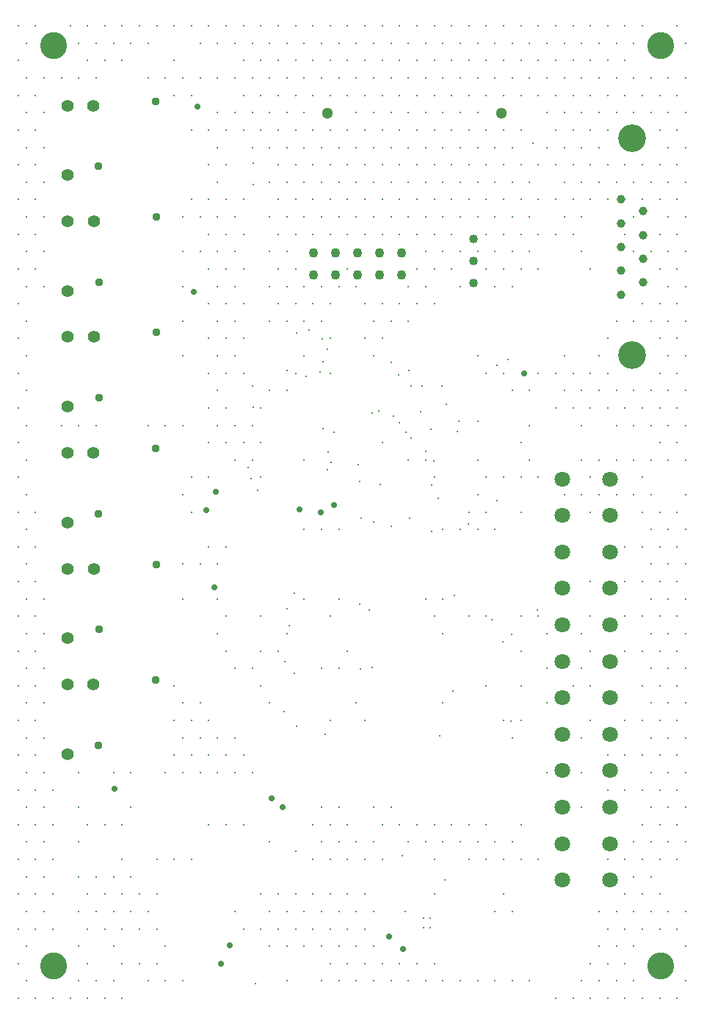
<source format=gbr>
%TF.GenerationSoftware,Altium Limited,Altium Designer,25.8.1 (18)*%
G04 Layer_Color=0*
%FSLAX45Y45*%
%MOMM*%
%TF.SameCoordinates,031978D1-9D18-463A-8735-F8186BF7E524*%
%TF.FilePolarity,Positive*%
%TF.FileFunction,Plated,1,4,PTH,Drill*%
%TF.Part,Single*%
G01*
G75*
%TA.AperFunction,ComponentDrill*%
%ADD122C,0.95000*%
%ADD123C,1.40000*%
%ADD124C,1.80000*%
%ADD125C,3.20000*%
%ADD126C,1.00000*%
%ADD127C,1.02000*%
%ADD128C,1.30000*%
%ADD129C,1.09000*%
%TA.AperFunction,ViaDrill,NotFilled*%
%ADD130C,0.30500*%
%ADD131C,0.71100*%
%ADD132C,3.10000*%
D122*
X1791057Y5197385D02*
D03*
X1131057Y4447385D02*
D03*
X1130039Y3112430D02*
D03*
X1131039Y7116850D02*
D03*
X1131039Y8446210D02*
D03*
X1130039Y9781210D02*
D03*
X1130039Y5781210D02*
D03*
X1790039Y6531210D02*
D03*
X1790039Y10531210D02*
D03*
X1791039Y9196210D02*
D03*
X1791039Y7866850D02*
D03*
X1790039Y3862430D02*
D03*
D123*
X1071057Y5147385D02*
D03*
X771057Y4347385D02*
D03*
Y5147385D02*
D03*
X771039Y7016851D02*
D03*
X1070039Y6481211D02*
D03*
X770039D02*
D03*
Y5681211D02*
D03*
X770039Y9681210D02*
D03*
X1070039Y10481210D02*
D03*
X770039D02*
D03*
X771039Y8346210D02*
D03*
X1071039Y9146210D02*
D03*
X771039D02*
D03*
X771039Y7816851D02*
D03*
X1071040D02*
D03*
X770039Y3812430D02*
D03*
Y3012430D02*
D03*
X1070039Y3812430D02*
D03*
D124*
X6480039Y1561211D02*
D03*
X7030039Y2821212D02*
D03*
X6480039Y2821211D02*
D03*
X7030039Y6181211D02*
D03*
X6480039Y1981211D02*
D03*
Y2401211D02*
D03*
Y3241211D02*
D03*
Y3661211D02*
D03*
Y4081211D02*
D03*
Y4501211D02*
D03*
Y4921211D02*
D03*
Y5341211D02*
D03*
Y5761211D02*
D03*
Y6181211D02*
D03*
X7030039Y4501211D02*
D03*
Y5761211D02*
D03*
Y5341211D02*
D03*
Y4921211D02*
D03*
Y4081211D02*
D03*
Y3661211D02*
D03*
Y3241211D02*
D03*
Y2401212D02*
D03*
Y1561212D02*
D03*
Y1981212D02*
D03*
D125*
X7280039Y10103711D02*
D03*
Y7604710D02*
D03*
D126*
X7407039Y9265211D02*
D03*
Y8443210D02*
D03*
X7153039Y8854210D02*
D03*
Y9128210D02*
D03*
Y8306210D02*
D03*
Y9402211D02*
D03*
Y8580210D02*
D03*
X7407039Y8991210D02*
D03*
Y8717210D02*
D03*
D127*
X5449961Y8942790D02*
D03*
Y8688790D02*
D03*
Y8434790D02*
D03*
D128*
X3770039Y10391210D02*
D03*
X5770039D02*
D03*
D129*
X4112539Y8785210D02*
D03*
Y8531210D02*
D03*
X4620539Y8785210D02*
D03*
Y8531210D02*
D03*
X4366539D02*
D03*
X3604539Y8785210D02*
D03*
X3858539D02*
D03*
X4366539D02*
D03*
X3604539Y8531210D02*
D03*
X3858539D02*
D03*
D130*
X7800004Y11400006D02*
D03*
X7900004Y11200006D02*
D03*
Y10800006D02*
D03*
X7800004Y10600006D02*
D03*
X7900004Y10400006D02*
D03*
X7800004Y10200006D02*
D03*
X7900004Y10000005D02*
D03*
X7800004Y9800005D02*
D03*
X7900004Y9600005D02*
D03*
X7800004Y9400005D02*
D03*
X7900004Y9200005D02*
D03*
X7800004Y9000005D02*
D03*
X7900004Y8800005D02*
D03*
X7800004Y8600005D02*
D03*
X7900004Y8400005D02*
D03*
X7800004Y8200004D02*
D03*
X7900004Y8000004D02*
D03*
X7800004Y7800004D02*
D03*
X7900004Y7600004D02*
D03*
X7800004Y7400004D02*
D03*
X7900004Y7200004D02*
D03*
X7800004Y7000004D02*
D03*
X7900004Y6800004D02*
D03*
X7800004Y6600004D02*
D03*
X7900004Y6400003D02*
D03*
Y6000003D02*
D03*
X7800004Y5800003D02*
D03*
X7900004Y5600003D02*
D03*
X7800004Y5400003D02*
D03*
X7900004Y5200003D02*
D03*
X7800004Y5000003D02*
D03*
X7900004Y4800003D02*
D03*
X7800004Y4600002D02*
D03*
X7900004Y4400002D02*
D03*
X7800004Y4200002D02*
D03*
X7900004Y4000002D02*
D03*
X7800004Y3800002D02*
D03*
X7900004Y3600002D02*
D03*
X7800004Y3400002D02*
D03*
X7900004Y3200002D02*
D03*
X7800004Y3000002D02*
D03*
X7900004Y2800002D02*
D03*
X7800004Y2600001D02*
D03*
X7900004Y2400001D02*
D03*
X7800004Y2200001D02*
D03*
X7900004Y2000001D02*
D03*
X7800004Y1800001D02*
D03*
X7900004Y1200001D02*
D03*
X7800004Y1000001D02*
D03*
X7900004Y800000D02*
D03*
Y400000D02*
D03*
X7800004Y200000D02*
D03*
X7700004Y10800006D02*
D03*
X7600004Y10600006D02*
D03*
X7700004Y10400006D02*
D03*
X7600004Y10200006D02*
D03*
X7700004Y10000005D02*
D03*
X7600004Y9800005D02*
D03*
X7700004Y9600005D02*
D03*
X7600004Y9400005D02*
D03*
X7700004Y9200005D02*
D03*
X7600004Y9000005D02*
D03*
X7700004Y8800005D02*
D03*
X7600004Y8600005D02*
D03*
X7700004Y8400005D02*
D03*
X7600004Y8200004D02*
D03*
X7700004Y8000004D02*
D03*
X7600004Y7800004D02*
D03*
X7700004Y7600004D02*
D03*
X7600004Y7400004D02*
D03*
X7700004Y7200004D02*
D03*
X7600004Y7000004D02*
D03*
X7700004Y6800004D02*
D03*
X7600004Y6600004D02*
D03*
X7700004Y6400003D02*
D03*
X7600004Y5800003D02*
D03*
X7700004Y5600003D02*
D03*
X7600004Y5400003D02*
D03*
X7700004Y5200003D02*
D03*
X7600004Y5000003D02*
D03*
X7700004Y4800003D02*
D03*
X7600004Y4600002D02*
D03*
X7700004Y4400002D02*
D03*
X7600004Y4200002D02*
D03*
X7700004Y4000002D02*
D03*
X7600004Y3800002D02*
D03*
X7700004Y3600002D02*
D03*
X7600004Y3400002D02*
D03*
X7700004Y3200002D02*
D03*
X7600004Y3000002D02*
D03*
X7700004Y2800002D02*
D03*
X7600004Y2600001D02*
D03*
X7700004Y2400001D02*
D03*
X7600004Y2200001D02*
D03*
X7700004Y2000001D02*
D03*
X7600004Y1800001D02*
D03*
Y1400001D02*
D03*
X7700004Y1200001D02*
D03*
X7600004Y1000001D02*
D03*
Y200000D02*
D03*
X7400004Y11400006D02*
D03*
X7500004Y10800006D02*
D03*
X7400004Y10600006D02*
D03*
X7500004Y10400006D02*
D03*
X7400004Y9800005D02*
D03*
X7500004Y9600005D02*
D03*
X7400004Y9400005D02*
D03*
X7500004Y8800005D02*
D03*
X7400004Y8200004D02*
D03*
X7500004Y8000004D02*
D03*
Y7200004D02*
D03*
X7400004Y7000004D02*
D03*
X7500004Y6800004D02*
D03*
Y6400003D02*
D03*
X7400004Y6200003D02*
D03*
X7500004Y6000003D02*
D03*
X7400004Y5800003D02*
D03*
X7500004Y5600003D02*
D03*
X7400004Y5400003D02*
D03*
X7500004Y5200003D02*
D03*
X7400004Y5000003D02*
D03*
X7500004Y4800003D02*
D03*
X7400004Y4600002D02*
D03*
X7500004Y4400002D02*
D03*
X7400004Y4200002D02*
D03*
X7500004Y4000002D02*
D03*
X7400004Y3800002D02*
D03*
X7500004Y3600002D02*
D03*
X7400004Y3400002D02*
D03*
X7500004Y3200002D02*
D03*
X7400004Y3000002D02*
D03*
X7500004Y2800002D02*
D03*
X7400004Y2600001D02*
D03*
X7500004Y2400001D02*
D03*
X7400004Y2200001D02*
D03*
X7500004Y2000001D02*
D03*
X7400004Y1800001D02*
D03*
X7500004Y1600001D02*
D03*
X7400004Y1400001D02*
D03*
X7500004Y1200001D02*
D03*
X7400004Y1000001D02*
D03*
Y200000D02*
D03*
X7200004Y11400006D02*
D03*
X7300004Y11200006D02*
D03*
X7200004Y11000006D02*
D03*
X7300004Y10800006D02*
D03*
X7200004Y10600006D02*
D03*
X7300004Y10400006D02*
D03*
X7200004Y9800005D02*
D03*
X7300004Y9600005D02*
D03*
Y9200005D02*
D03*
X7200004Y9000005D02*
D03*
X7300004Y8800005D02*
D03*
Y8000004D02*
D03*
Y7200004D02*
D03*
X7200004Y7000004D02*
D03*
X7300004Y6800004D02*
D03*
Y6400003D02*
D03*
Y6000003D02*
D03*
X7200004Y5400003D02*
D03*
Y5000003D02*
D03*
Y4600002D02*
D03*
Y4200002D02*
D03*
Y3400002D02*
D03*
Y3000002D02*
D03*
Y2600001D02*
D03*
X7300004Y2000001D02*
D03*
X7200004Y1800001D02*
D03*
X7300004Y1600001D02*
D03*
X7200004Y1400001D02*
D03*
X7300004Y1200001D02*
D03*
X7200004Y1000001D02*
D03*
X7300004Y800000D02*
D03*
X7200004Y600000D02*
D03*
X7300004Y400000D02*
D03*
X7200004Y200000D02*
D03*
X7000004Y11400006D02*
D03*
X7100004Y11200006D02*
D03*
X7000004Y11000006D02*
D03*
X7100004Y10800006D02*
D03*
X7000004Y10600006D02*
D03*
X7100004Y10400006D02*
D03*
X7000004Y10200006D02*
D03*
Y9800005D02*
D03*
X7100004Y9600005D02*
D03*
X7000004Y9400005D02*
D03*
X7100004Y8000004D02*
D03*
X7000004Y7800004D02*
D03*
Y7400004D02*
D03*
X7100004Y7200004D02*
D03*
X7000004Y7000004D02*
D03*
X7100004Y6800004D02*
D03*
Y6400003D02*
D03*
Y6000003D02*
D03*
X7000004Y3000002D02*
D03*
Y2600001D02*
D03*
Y1800001D02*
D03*
X7100004Y1200001D02*
D03*
X7000004Y1000001D02*
D03*
X7100004Y800000D02*
D03*
X7000004Y600000D02*
D03*
X7100004Y400000D02*
D03*
X7000004Y200000D02*
D03*
X6800004Y11400006D02*
D03*
X6900004Y11200006D02*
D03*
X6800004Y11000006D02*
D03*
X6900004Y10800006D02*
D03*
X6800004Y10600006D02*
D03*
X6900004Y10400006D02*
D03*
X6800004Y10200006D02*
D03*
X6900004Y10000005D02*
D03*
X6800004Y9800005D02*
D03*
X6900004Y9600005D02*
D03*
X6800004Y9400005D02*
D03*
Y8600005D02*
D03*
X6900004Y7600004D02*
D03*
X6800004Y7400004D02*
D03*
X6900004Y7200004D02*
D03*
X6800004Y7000004D02*
D03*
X6900004Y6400003D02*
D03*
X6800004Y6200003D02*
D03*
X6900004Y6000003D02*
D03*
X6800004Y5800003D02*
D03*
Y5000003D02*
D03*
Y4600002D02*
D03*
Y4200002D02*
D03*
Y3800002D02*
D03*
Y3400002D02*
D03*
X6900004Y1200001D02*
D03*
Y800000D02*
D03*
X6800004Y600000D02*
D03*
X6900004Y400000D02*
D03*
X6800004Y200000D02*
D03*
X6600004Y11400006D02*
D03*
X6700004Y11200006D02*
D03*
X6600004Y11000006D02*
D03*
X6700004Y10800006D02*
D03*
X6600004Y10600006D02*
D03*
X6700004Y10400006D02*
D03*
X6600004Y10200006D02*
D03*
X6700004Y10000005D02*
D03*
X6600004Y9800005D02*
D03*
X6700004Y9600005D02*
D03*
X6600004Y9400005D02*
D03*
X6700004Y9200005D02*
D03*
X6600004Y9000005D02*
D03*
X6700004Y8800005D02*
D03*
X6600004Y7400004D02*
D03*
X6700004Y7200004D02*
D03*
X6600004Y7000004D02*
D03*
X6700004Y6800004D02*
D03*
Y6400003D02*
D03*
Y6000003D02*
D03*
Y4400002D02*
D03*
Y4000002D02*
D03*
X6600004Y3800002D02*
D03*
X6700004Y3200002D02*
D03*
Y2800002D02*
D03*
Y2400001D02*
D03*
Y400000D02*
D03*
X6600004Y200000D02*
D03*
X6400003Y11400006D02*
D03*
X6500004Y11200006D02*
D03*
X6400003Y11000006D02*
D03*
X6500004Y10800006D02*
D03*
X6400003Y10600006D02*
D03*
X6500004Y10400006D02*
D03*
X6400003Y10200006D02*
D03*
X6500004Y10000005D02*
D03*
X6400003Y9800005D02*
D03*
X6500004Y9600005D02*
D03*
X6400003Y9400005D02*
D03*
X6500004Y9200005D02*
D03*
X6400003Y9000005D02*
D03*
X6500004Y7600004D02*
D03*
X6400003Y7400004D02*
D03*
X6500004Y7200004D02*
D03*
X6400003Y7000004D02*
D03*
X6500004Y6000003D02*
D03*
X6400003Y200000D02*
D03*
X6200003Y11400006D02*
D03*
X6300003Y11200006D02*
D03*
X6200003Y11000006D02*
D03*
X6300003Y10800006D02*
D03*
X6200003Y10600006D02*
D03*
X6300003Y10400006D02*
D03*
Y10000005D02*
D03*
X6200003Y9800005D02*
D03*
Y9400005D02*
D03*
Y9000005D02*
D03*
Y8600005D02*
D03*
Y7400004D02*
D03*
Y6200003D02*
D03*
Y4600002D02*
D03*
X6300003Y4400002D02*
D03*
Y4000002D02*
D03*
Y3600002D02*
D03*
Y2800002D02*
D03*
X6200003Y1800001D02*
D03*
X6000003Y11400006D02*
D03*
X6100003Y11200006D02*
D03*
X6000003Y11000006D02*
D03*
X6100003Y10800006D02*
D03*
X6000003Y10600006D02*
D03*
Y10200006D02*
D03*
Y9800005D02*
D03*
X6100003Y9600005D02*
D03*
X6000003Y9400005D02*
D03*
X6100003Y9200005D02*
D03*
X6000003Y9000005D02*
D03*
X6100003Y8800005D02*
D03*
X6000003Y8600005D02*
D03*
X6100003Y7200004D02*
D03*
Y6800004D02*
D03*
X6000003Y6600004D02*
D03*
X6100003Y6400003D02*
D03*
X6000003Y6200003D02*
D03*
Y5800003D02*
D03*
Y4600002D02*
D03*
Y4200002D02*
D03*
Y3800002D02*
D03*
Y3400002D02*
D03*
Y2200001D02*
D03*
Y1800001D02*
D03*
X6100003Y400000D02*
D03*
X5800003Y11400006D02*
D03*
X5900003Y11200006D02*
D03*
X5800003Y11000006D02*
D03*
X5900003Y10800006D02*
D03*
X5800003Y10600006D02*
D03*
Y10200006D02*
D03*
X5900003Y10000005D02*
D03*
X5800003Y9800005D02*
D03*
X5900003Y9600005D02*
D03*
X5800003Y9400005D02*
D03*
X5900003Y9200005D02*
D03*
X5800003Y9000005D02*
D03*
X5900003Y8800005D02*
D03*
X5800003Y8600005D02*
D03*
X5900003Y8400005D02*
D03*
X5800003Y7400004D02*
D03*
X5900003Y7200004D02*
D03*
X5800003Y6200003D02*
D03*
Y3400002D02*
D03*
X5900003Y3200002D02*
D03*
Y2000001D02*
D03*
X5800003Y1800001D02*
D03*
Y1400001D02*
D03*
X5900003Y1200001D02*
D03*
Y400000D02*
D03*
X5600003Y11400006D02*
D03*
X5700003Y11200006D02*
D03*
X5600003Y11000006D02*
D03*
X5700003Y10800006D02*
D03*
X5600003Y10600006D02*
D03*
Y10200006D02*
D03*
X5700003Y10000005D02*
D03*
X5600003Y9800005D02*
D03*
X5700003Y9600005D02*
D03*
X5600003Y9400005D02*
D03*
X5700003Y9200005D02*
D03*
X5600003Y9000005D02*
D03*
X5700003Y8800005D02*
D03*
X5600003Y8600005D02*
D03*
X5700003Y8400005D02*
D03*
X5600003Y7400004D02*
D03*
Y6200003D02*
D03*
Y5800003D02*
D03*
X5700003Y5600003D02*
D03*
X5600003Y4600002D02*
D03*
Y3800002D02*
D03*
Y2200001D02*
D03*
X5700003Y2000001D02*
D03*
X5600003Y1800001D02*
D03*
X5700003Y1200001D02*
D03*
Y400000D02*
D03*
X5400003Y11400006D02*
D03*
X5500003Y11200006D02*
D03*
X5400003Y11000006D02*
D03*
X5500003Y10800006D02*
D03*
X5400003Y10600006D02*
D03*
X5500003Y10400006D02*
D03*
X5400003Y10200006D02*
D03*
X5500003Y10000005D02*
D03*
X5400003Y9800005D02*
D03*
X5500003Y9600005D02*
D03*
X5400003Y9400005D02*
D03*
X5500003Y9200005D02*
D03*
Y8800005D02*
D03*
Y7600004D02*
D03*
Y6400003D02*
D03*
Y6000003D02*
D03*
X5400003Y5800003D02*
D03*
X5500003Y5600003D02*
D03*
X5400003Y4600002D02*
D03*
Y2200001D02*
D03*
X5500003Y2000001D02*
D03*
X5400003Y1800001D02*
D03*
X5500003Y400000D02*
D03*
X5200003Y11400006D02*
D03*
X5300003Y11200006D02*
D03*
X5200003Y11000006D02*
D03*
X5300003Y10800006D02*
D03*
X5200003Y10600006D02*
D03*
X5300003Y10400006D02*
D03*
X5200003Y10200006D02*
D03*
X5300003Y10000005D02*
D03*
X5200003Y9800005D02*
D03*
X5300003Y9600005D02*
D03*
X5200003Y9400005D02*
D03*
X5300003Y9200005D02*
D03*
X5200003Y9000005D02*
D03*
X5300003Y8800005D02*
D03*
X5200003Y8600005D02*
D03*
X5300003Y8400005D02*
D03*
Y5600003D02*
D03*
X5200003Y2200001D02*
D03*
X5300003Y2000001D02*
D03*
Y400000D02*
D03*
X5000003Y11400006D02*
D03*
X5100003Y11200006D02*
D03*
X5000003Y11000006D02*
D03*
X5100003Y10800006D02*
D03*
X5000003Y10600006D02*
D03*
X5100003Y10400006D02*
D03*
X5000003Y10200006D02*
D03*
X5100003Y10000005D02*
D03*
X5000003Y9800005D02*
D03*
X5100003Y9600005D02*
D03*
X5000003Y9400005D02*
D03*
X5100003Y9200005D02*
D03*
X5000003Y9000005D02*
D03*
X5100003Y8800005D02*
D03*
X5000003Y8600005D02*
D03*
Y8200004D02*
D03*
Y6200003D02*
D03*
X5100003Y5600003D02*
D03*
Y4800003D02*
D03*
X5000003Y4600002D02*
D03*
X5100003Y4400002D02*
D03*
Y3600002D02*
D03*
X5000003Y2200001D02*
D03*
X5100003Y2000001D02*
D03*
X5000003Y1800001D02*
D03*
Y1400001D02*
D03*
Y600000D02*
D03*
X5100003Y400000D02*
D03*
X4800003Y11400006D02*
D03*
X4900003Y11200006D02*
D03*
X4800003Y11000006D02*
D03*
X4900003Y10800006D02*
D03*
X4800003Y10600006D02*
D03*
X4900003Y10400006D02*
D03*
X4800003Y10200006D02*
D03*
X4900003Y10000005D02*
D03*
X4800003Y9800005D02*
D03*
X4900003Y9600005D02*
D03*
X4800003Y9400005D02*
D03*
X4900003Y9200005D02*
D03*
X4800003Y9000005D02*
D03*
X4900003Y8800005D02*
D03*
X4800003Y8600005D02*
D03*
X4900003Y8400005D02*
D03*
X4800003Y8200004D02*
D03*
X4900003Y6400003D02*
D03*
Y4800003D02*
D03*
X4800003Y2200001D02*
D03*
X4900003Y2000001D02*
D03*
X4800003Y600000D02*
D03*
X4900003Y400000D02*
D03*
X4600002Y11400006D02*
D03*
X4700003Y11200006D02*
D03*
X4600002Y11000006D02*
D03*
X4700003Y10800006D02*
D03*
X4600002Y10600006D02*
D03*
X4700003Y10400006D02*
D03*
X4600002Y10200006D02*
D03*
X4700003Y10000005D02*
D03*
X4600002Y9800005D02*
D03*
X4700003Y9600005D02*
D03*
X4600002Y9400005D02*
D03*
X4700003Y9200005D02*
D03*
X4600002Y9000005D02*
D03*
X4700003Y8400005D02*
D03*
X4600002Y8200004D02*
D03*
X4700003Y8000004D02*
D03*
Y6400003D02*
D03*
X4600002Y2200001D02*
D03*
X4700003Y2000001D02*
D03*
X4600002Y600000D02*
D03*
X4700003Y400000D02*
D03*
X4400002Y11400006D02*
D03*
X4500002Y11200006D02*
D03*
X4400002Y11000006D02*
D03*
X4500002Y10800006D02*
D03*
X4400002Y10600006D02*
D03*
X4500002Y10400006D02*
D03*
X4400002Y10200006D02*
D03*
X4500002Y10000005D02*
D03*
X4400002Y9800005D02*
D03*
X4500002Y9600005D02*
D03*
X4400002Y9400005D02*
D03*
X4500002Y9200005D02*
D03*
X4400002Y9000005D02*
D03*
Y8200004D02*
D03*
X4500002Y8000004D02*
D03*
X4400002Y7800004D02*
D03*
Y6600004D02*
D03*
X4500002Y2400001D02*
D03*
X4400002Y2200001D02*
D03*
Y1800001D02*
D03*
Y600000D02*
D03*
X4500002Y400000D02*
D03*
X4200002Y11400006D02*
D03*
X4300002Y11200006D02*
D03*
X4200002Y11000006D02*
D03*
X4300002Y10800006D02*
D03*
X4200002Y10600006D02*
D03*
X4300002Y10400006D02*
D03*
X4200002Y10200006D02*
D03*
X4300002Y10000005D02*
D03*
X4200002Y9800005D02*
D03*
X4300002Y9600005D02*
D03*
X4200002Y9400005D02*
D03*
X4300002Y9200005D02*
D03*
X4200002Y9000005D02*
D03*
Y8200004D02*
D03*
X4300002Y8000004D02*
D03*
X4200002Y7800004D02*
D03*
X4300002Y7600004D02*
D03*
X4200002Y3400002D02*
D03*
X4300002Y2400001D02*
D03*
Y2000001D02*
D03*
X4200002Y1800001D02*
D03*
Y1400001D02*
D03*
X4300002Y1200001D02*
D03*
X4200002Y1000001D02*
D03*
X4300002Y800000D02*
D03*
X4200002Y600000D02*
D03*
X4300002Y400000D02*
D03*
X4000002Y11400006D02*
D03*
X4100002Y11200006D02*
D03*
X4000002Y11000006D02*
D03*
X4100002Y10800006D02*
D03*
X4000002Y10600006D02*
D03*
X4100002Y10400006D02*
D03*
X4000002Y10200006D02*
D03*
X4100002Y10000005D02*
D03*
X4000002Y9800005D02*
D03*
X4100002Y9600005D02*
D03*
X4000002Y9400005D02*
D03*
X4100002Y9200005D02*
D03*
X4000002Y9000005D02*
D03*
Y8600005D02*
D03*
X4100002Y8400005D02*
D03*
X4000002Y4200002D02*
D03*
X4100002Y3600002D02*
D03*
X4000002Y2200001D02*
D03*
X4100002Y2000001D02*
D03*
X4000002Y1800001D02*
D03*
Y1400001D02*
D03*
X4100002Y1200001D02*
D03*
X4000002Y1000001D02*
D03*
X4100002Y800000D02*
D03*
X4000002Y600000D02*
D03*
X4100002Y400000D02*
D03*
X3800002Y11400006D02*
D03*
X3900002Y11200006D02*
D03*
X3800002Y11000006D02*
D03*
X3900002Y10800006D02*
D03*
X3800002Y10600006D02*
D03*
Y10200006D02*
D03*
X3900002Y10000005D02*
D03*
X3800002Y9800005D02*
D03*
X3900002Y9600005D02*
D03*
X3800002Y9400005D02*
D03*
X3900002Y9200005D02*
D03*
X3800002Y9000005D02*
D03*
X3900002Y8400005D02*
D03*
X3800002Y8200004D02*
D03*
Y7800004D02*
D03*
Y7400004D02*
D03*
X3900002Y5600003D02*
D03*
Y4800003D02*
D03*
X3800002Y4600002D02*
D03*
X3900002Y4000002D02*
D03*
X3800002Y3400002D02*
D03*
X3900002Y2400001D02*
D03*
X3800002Y2200001D02*
D03*
X3900002Y2000001D02*
D03*
X3800002Y1800001D02*
D03*
Y1400001D02*
D03*
X3900002Y1200001D02*
D03*
X3800002Y1000001D02*
D03*
X3900002Y800000D02*
D03*
X3800002Y600000D02*
D03*
X3900002Y400000D02*
D03*
X3600002Y11400006D02*
D03*
X3700002Y11200006D02*
D03*
X3600002Y11000006D02*
D03*
X3700002Y10800006D02*
D03*
X3600002Y10600006D02*
D03*
Y10200006D02*
D03*
X3700002Y10000005D02*
D03*
X3600002Y9800005D02*
D03*
X3700002Y9600005D02*
D03*
X3600002Y9400005D02*
D03*
X3700002Y9200005D02*
D03*
X3600002Y9000005D02*
D03*
X3700002Y8400005D02*
D03*
X3600002Y8200004D02*
D03*
X3700002Y8000004D02*
D03*
Y5600003D02*
D03*
Y4000002D02*
D03*
Y2400001D02*
D03*
X3600002Y2200001D02*
D03*
X3700002Y2000001D02*
D03*
X3600002Y1800001D02*
D03*
Y1400001D02*
D03*
X3700002Y1200001D02*
D03*
X3600002Y1000001D02*
D03*
X3700002Y800000D02*
D03*
Y400000D02*
D03*
X3400002Y11400006D02*
D03*
X3500002Y11200006D02*
D03*
X3400002Y11000006D02*
D03*
X3500002Y10800006D02*
D03*
X3400002Y10600006D02*
D03*
X3500002Y10400006D02*
D03*
X3400002Y10200006D02*
D03*
X3500002Y10000005D02*
D03*
X3400002Y9800005D02*
D03*
X3500002Y9600005D02*
D03*
X3400002Y9400005D02*
D03*
X3500002Y9200005D02*
D03*
X3400002Y9000005D02*
D03*
Y8600005D02*
D03*
X3500002Y8400005D02*
D03*
X3400002Y8200004D02*
D03*
X3500002Y8000004D02*
D03*
Y7600004D02*
D03*
X3400002Y7400004D02*
D03*
X3500002Y6400003D02*
D03*
Y5600003D02*
D03*
Y4800003D02*
D03*
X3400002Y1400001D02*
D03*
X3500002Y1200001D02*
D03*
X3400002Y1000001D02*
D03*
X3500002Y800000D02*
D03*
X3200002Y11400006D02*
D03*
X3300002Y11200006D02*
D03*
X3200002Y11000006D02*
D03*
X3300002Y10800006D02*
D03*
X3200002Y10600006D02*
D03*
X3300002Y10400006D02*
D03*
X3200002Y10200006D02*
D03*
X3300002Y10000005D02*
D03*
X3200002Y9800005D02*
D03*
X3300002Y9600005D02*
D03*
X3200002Y9400005D02*
D03*
X3300002Y9200005D02*
D03*
X3200002Y9000005D02*
D03*
X3300002Y8800005D02*
D03*
X3200002Y8600005D02*
D03*
X3300002Y8400005D02*
D03*
X3200002Y8200004D02*
D03*
X3300002Y8000004D02*
D03*
Y7200004D02*
D03*
Y4400002D02*
D03*
X3200002Y4200002D02*
D03*
Y1400001D02*
D03*
X3300002Y1200001D02*
D03*
X3200002Y1000001D02*
D03*
X3300002Y800000D02*
D03*
Y400000D02*
D03*
X3000002Y11400006D02*
D03*
X3100002Y11200006D02*
D03*
X3000002Y11000006D02*
D03*
X3100002Y10800006D02*
D03*
X3000002Y10600006D02*
D03*
X3100002Y10400006D02*
D03*
X3000002Y10200006D02*
D03*
X3100002Y10000005D02*
D03*
Y9600005D02*
D03*
Y9200005D02*
D03*
Y8800005D02*
D03*
Y8400005D02*
D03*
Y8000004D02*
D03*
Y7200004D02*
D03*
X3000002Y7000004D02*
D03*
Y6600004D02*
D03*
Y6200003D02*
D03*
Y4600002D02*
D03*
Y4200002D02*
D03*
Y3800002D02*
D03*
X3100002Y3600002D02*
D03*
Y2000001D02*
D03*
X3000002Y1400001D02*
D03*
X3100002Y1200001D02*
D03*
X3000002Y1000001D02*
D03*
X3100002Y800000D02*
D03*
X2800002Y11400006D02*
D03*
X2900002Y11200006D02*
D03*
X2800002Y11000006D02*
D03*
X2900002Y10800006D02*
D03*
X2800002Y10600006D02*
D03*
X2900002Y10400006D02*
D03*
X2800002Y10200006D02*
D03*
X2900002Y10000005D02*
D03*
X2800002Y9400005D02*
D03*
Y9000005D02*
D03*
Y8600005D02*
D03*
Y8200004D02*
D03*
Y7800004D02*
D03*
Y7400004D02*
D03*
X2900002Y6800004D02*
D03*
X2800002Y6600004D02*
D03*
X2900002Y6400003D02*
D03*
Y4000002D02*
D03*
X2800002Y3000002D02*
D03*
X2900002Y2800002D02*
D03*
X2800002Y2200001D02*
D03*
Y1000001D02*
D03*
X2600001Y11400006D02*
D03*
X2700001Y11200006D02*
D03*
Y10800006D02*
D03*
Y10400006D02*
D03*
X2600001Y10200006D02*
D03*
Y9800005D02*
D03*
Y9400005D02*
D03*
X2700001Y9200005D02*
D03*
X2600001Y9000005D02*
D03*
X2700001Y8800005D02*
D03*
X2600001Y8600005D02*
D03*
X2700001Y8400005D02*
D03*
X2600001Y8200004D02*
D03*
X2700001Y8000004D02*
D03*
X2600001Y7800004D02*
D03*
X2700001Y7600004D02*
D03*
X2600001Y7400004D02*
D03*
Y7000004D02*
D03*
X2700001Y6800004D02*
D03*
X2600001Y6600004D02*
D03*
X2700001Y6400003D02*
D03*
X2600001Y5400003D02*
D03*
Y4600002D02*
D03*
Y4200002D02*
D03*
X2700001Y4000002D02*
D03*
Y3200002D02*
D03*
X2600001Y3000002D02*
D03*
X2700001Y2800002D02*
D03*
X2600001Y2200001D02*
D03*
X2700001Y1200001D02*
D03*
X2400001Y11400006D02*
D03*
X2500001Y11200006D02*
D03*
Y10800006D02*
D03*
Y10400006D02*
D03*
X2400001Y10200006D02*
D03*
X2500001Y10000005D02*
D03*
X2400001Y9800005D02*
D03*
X2500001Y9600005D02*
D03*
X2400001Y9400005D02*
D03*
X2500001Y9200005D02*
D03*
X2400001Y9000005D02*
D03*
X2500001Y8800005D02*
D03*
X2400001Y8600005D02*
D03*
X2500001Y8400005D02*
D03*
X2400001Y8200004D02*
D03*
X2500001Y8000004D02*
D03*
X2400001Y7800004D02*
D03*
X2500001Y7600004D02*
D03*
X2400001Y7400004D02*
D03*
X2500001Y7200004D02*
D03*
X2400001Y7000004D02*
D03*
X2500001Y6800004D02*
D03*
X2400001Y6600004D02*
D03*
Y6200003D02*
D03*
Y5400003D02*
D03*
X2500001Y5200003D02*
D03*
Y4800003D02*
D03*
Y4400002D02*
D03*
X2400001Y3400002D02*
D03*
X2500001Y3200002D02*
D03*
X2400001Y3000002D02*
D03*
X2500001Y2800002D02*
D03*
X2400001Y2200001D02*
D03*
X2200001Y11400006D02*
D03*
X2300001Y11200006D02*
D03*
Y10800006D02*
D03*
X2200001Y10600006D02*
D03*
Y10200006D02*
D03*
Y9400005D02*
D03*
X2300001Y9200005D02*
D03*
Y8800005D02*
D03*
X2200001Y6200003D02*
D03*
Y5800003D02*
D03*
X2300001Y5200003D02*
D03*
Y3600002D02*
D03*
X2200001Y3400002D02*
D03*
X2300001Y3200002D02*
D03*
X2200001Y3000002D02*
D03*
X2300001Y2800002D02*
D03*
X2200001Y1800001D02*
D03*
X2000001Y11400006D02*
D03*
Y11000006D02*
D03*
X2100001Y10800006D02*
D03*
X2000001Y10600006D02*
D03*
X2100001Y9200005D02*
D03*
Y8800005D02*
D03*
Y8400005D02*
D03*
Y8000004D02*
D03*
Y7600004D02*
D03*
Y6800004D02*
D03*
Y6000003D02*
D03*
Y5200003D02*
D03*
Y4800003D02*
D03*
X2000001Y3800002D02*
D03*
X2100001Y3600002D02*
D03*
X2000001Y3400002D02*
D03*
X2100001Y3200002D02*
D03*
X2000001Y3000002D02*
D03*
X2100001Y2800002D02*
D03*
X2000001Y1800001D02*
D03*
X2100001Y400000D02*
D03*
X1800001Y11400006D02*
D03*
X1900001Y10800006D02*
D03*
Y6800004D02*
D03*
Y2800002D02*
D03*
X1800001Y1800001D02*
D03*
Y1400001D02*
D03*
Y1000001D02*
D03*
X1900001Y800000D02*
D03*
X1800001Y600000D02*
D03*
X1900001Y400000D02*
D03*
X1600001Y11400006D02*
D03*
X1700001Y11200006D02*
D03*
Y10800006D02*
D03*
Y6800004D02*
D03*
X1600001Y1400001D02*
D03*
X1700001Y1200001D02*
D03*
X1600001Y1000001D02*
D03*
Y600000D02*
D03*
X1700001Y400000D02*
D03*
X1400001Y11400006D02*
D03*
X1500001Y11200006D02*
D03*
X1400001Y11000006D02*
D03*
X1500001Y2800002D02*
D03*
Y2400001D02*
D03*
X1400001Y2200001D02*
D03*
Y1800001D02*
D03*
X1500001Y1600001D02*
D03*
X1400001Y1400001D02*
D03*
X1500001Y1200001D02*
D03*
X1400001Y1000001D02*
D03*
Y600000D02*
D03*
Y200000D02*
D03*
X1200001Y11400006D02*
D03*
X1300001Y11200006D02*
D03*
X1200001Y11000006D02*
D03*
X1300001Y2800002D02*
D03*
X1200001Y2200001D02*
D03*
X1300001Y1600001D02*
D03*
X1200001Y1400001D02*
D03*
X1300001Y1200001D02*
D03*
X1200001Y1000001D02*
D03*
X1300001Y800000D02*
D03*
Y400000D02*
D03*
X1200001Y200000D02*
D03*
X1000001Y11400006D02*
D03*
X1100001Y11200006D02*
D03*
X1000001Y11000006D02*
D03*
X1100001Y10800006D02*
D03*
Y6800004D02*
D03*
X1000001Y2200001D02*
D03*
X1100001Y1600001D02*
D03*
X1000001Y1400001D02*
D03*
X1100001Y1200001D02*
D03*
X1000001Y1000001D02*
D03*
Y600000D02*
D03*
X1100001Y400000D02*
D03*
X1000001Y200000D02*
D03*
X800000Y11400006D02*
D03*
X900000Y11200006D02*
D03*
Y10800006D02*
D03*
Y6800004D02*
D03*
Y2800002D02*
D03*
Y2400001D02*
D03*
Y2000001D02*
D03*
Y1600001D02*
D03*
Y1200001D02*
D03*
Y800000D02*
D03*
Y400000D02*
D03*
X800000Y200000D02*
D03*
X700000Y10800006D02*
D03*
Y6800004D02*
D03*
X600000Y2600001D02*
D03*
Y2200001D02*
D03*
Y1800001D02*
D03*
Y1400001D02*
D03*
Y1000001D02*
D03*
Y200000D02*
D03*
X400000Y11400006D02*
D03*
X500000Y10800006D02*
D03*
X400000Y10600006D02*
D03*
X500000Y10400006D02*
D03*
X400000Y10200006D02*
D03*
X500000Y10000005D02*
D03*
X400000Y9800005D02*
D03*
X500000Y9600005D02*
D03*
X400000Y9400005D02*
D03*
X500000Y9200005D02*
D03*
X400000Y9000005D02*
D03*
X500000Y8800005D02*
D03*
X400000Y8600005D02*
D03*
X500000Y8400005D02*
D03*
X400000Y5800003D02*
D03*
Y5400003D02*
D03*
Y5000003D02*
D03*
X500000Y4800003D02*
D03*
X400000Y4600002D02*
D03*
X500000Y4400002D02*
D03*
X400000Y4200002D02*
D03*
X500000Y4000002D02*
D03*
X400000Y3800002D02*
D03*
X500000Y3600002D02*
D03*
X400000Y3400002D02*
D03*
X500000Y3200002D02*
D03*
X400000Y3000002D02*
D03*
X500000Y2800002D02*
D03*
X400000Y2600001D02*
D03*
X500000Y2400001D02*
D03*
X400000Y2200001D02*
D03*
X500000Y2000001D02*
D03*
X400000Y1800001D02*
D03*
X500000Y1600001D02*
D03*
X400000Y1400001D02*
D03*
X500000Y1200001D02*
D03*
X400000Y1000001D02*
D03*
Y200000D02*
D03*
X200000Y11400006D02*
D03*
X300000Y11200006D02*
D03*
X200000Y11000006D02*
D03*
X300000Y10800006D02*
D03*
X200000Y10600006D02*
D03*
X300000Y10400006D02*
D03*
X200000Y10200006D02*
D03*
X300000Y10000005D02*
D03*
X200000Y9800005D02*
D03*
X300000Y9600005D02*
D03*
X200000Y9400005D02*
D03*
X300000Y9200005D02*
D03*
X200000Y9000005D02*
D03*
X300000Y8800005D02*
D03*
X200000Y8600005D02*
D03*
X300000Y8400005D02*
D03*
X200000Y8200004D02*
D03*
X300000Y8000004D02*
D03*
X200000Y7800004D02*
D03*
X300000Y7600004D02*
D03*
X200000Y7400004D02*
D03*
X300000Y7200004D02*
D03*
X200000Y7000004D02*
D03*
X300000Y6800004D02*
D03*
X200000Y6600004D02*
D03*
X300000Y6400003D02*
D03*
X200000Y6200003D02*
D03*
X300000Y6000003D02*
D03*
X200000Y5800003D02*
D03*
X300000Y5600003D02*
D03*
X200000Y5400003D02*
D03*
X300000Y5200003D02*
D03*
X200000Y5000003D02*
D03*
X300000Y4800003D02*
D03*
X200000Y4600002D02*
D03*
X300000Y4400002D02*
D03*
X200000Y4200002D02*
D03*
X300000Y4000002D02*
D03*
X200000Y3800002D02*
D03*
X300000Y3600002D02*
D03*
X200000Y3400002D02*
D03*
X300000Y3200002D02*
D03*
X200000Y3000002D02*
D03*
X300000Y2800002D02*
D03*
X200000Y2600001D02*
D03*
X300000Y2400001D02*
D03*
X200000Y2200001D02*
D03*
X300000Y2000001D02*
D03*
X200000Y1800001D02*
D03*
X300000Y1600001D02*
D03*
X200000Y1400001D02*
D03*
X300000Y1200001D02*
D03*
X200000Y1000001D02*
D03*
X300000Y800000D02*
D03*
X200000Y600000D02*
D03*
X300000Y400000D02*
D03*
X200000Y200000D02*
D03*
X5850000Y7560000D02*
D03*
X2940000Y370000D02*
D03*
X4970000Y5580000D02*
D03*
X5722546Y7491523D02*
D03*
X3385230Y4863209D02*
D03*
X3390000Y3940000D02*
D03*
X5060000Y3220000D02*
D03*
X3410000Y3330000D02*
D03*
X4856053Y7254661D02*
D03*
X4596350Y6830000D02*
D03*
X4730000Y6651011D02*
D03*
X4670000Y6720000D02*
D03*
X4361150Y6960961D02*
D03*
X4961561Y6751937D02*
D03*
X4950000Y1120000D02*
D03*
X4880000Y1010000D02*
D03*
Y1120000D02*
D03*
X4950000Y1010000D02*
D03*
X3706053Y7794661D02*
D03*
X3560000Y7900000D02*
D03*
X3416053Y7864661D02*
D03*
X3680000Y7410000D02*
D03*
X3280000Y4080000D02*
D03*
X3330000Y4490000D02*
D03*
X3300000Y4690000D02*
D03*
X3270000Y3500000D02*
D03*
X6134438Y10051135D02*
D03*
X4500000Y5640000D02*
D03*
X5123944Y1560577D02*
D03*
X5725550Y5930000D02*
D03*
X3300000Y7430000D02*
D03*
X5090000Y7250000D02*
D03*
X5212546Y3741523D02*
D03*
X5230000Y4840000D02*
D03*
X3520000Y7360000D02*
D03*
X3400000Y1890000D02*
D03*
X3740000Y3240000D02*
D03*
X5890000Y4390000D02*
D03*
X5500000Y6850000D02*
D03*
X6190000Y4670000D02*
D03*
X5790000Y4310000D02*
D03*
X5660000Y4560000D02*
D03*
X5280000Y6850000D02*
D03*
X5880000Y3390000D02*
D03*
X4630000Y1840000D02*
D03*
X4668969Y1199469D02*
D03*
X4993278Y6391168D02*
D03*
X4380000Y6120000D02*
D03*
X2960000Y6050000D02*
D03*
X4904613Y6502168D02*
D03*
X3770000Y7680000D02*
D03*
X4710000Y7430000D02*
D03*
X5270000Y6730000D02*
D03*
X4150000Y3990000D02*
D03*
X4530000Y6910000D02*
D03*
X4140000Y4740000D02*
D03*
X4160000Y5730000D02*
D03*
X3720000Y6760000D02*
D03*
X2910000Y9570000D02*
D03*
X3716053Y7534661D02*
D03*
X4590909Y7380000D02*
D03*
X4120000Y6350000D02*
D03*
X2900000Y7250000D02*
D03*
X3770000Y6290000D02*
D03*
X2850000Y6310000D02*
D03*
X3780000Y6490000D02*
D03*
X2910000Y7010000D02*
D03*
X4280000Y6940000D02*
D03*
X5140000Y7040000D02*
D03*
X4840000Y6960000D02*
D03*
X4970000Y6110000D02*
D03*
X5050000Y5960000D02*
D03*
X4140000Y6150000D02*
D03*
X4500000Y7520000D02*
D03*
X4250000Y4670000D02*
D03*
X4300000Y5690000D02*
D03*
X4280000Y4010000D02*
D03*
X5390000Y5660000D02*
D03*
X4720000Y5730000D02*
D03*
X4730000Y7250000D02*
D03*
X3840000Y6720000D02*
D03*
X2910000Y9820000D02*
D03*
X3810000Y6370000D02*
D03*
X2890000Y6190000D02*
D03*
D131*
X3450000Y5830000D02*
D03*
X4640000Y770000D02*
D03*
X4480000Y910000D02*
D03*
X2640000Y810000D02*
D03*
X2540000Y600000D02*
D03*
X3690000Y5800000D02*
D03*
X3840000Y5880000D02*
D03*
X1310000Y2610000D02*
D03*
X3120000Y2500000D02*
D03*
X3250000Y2400000D02*
D03*
X6032644Y7399115D02*
D03*
X2480000Y6030000D02*
D03*
X2370000Y5820000D02*
D03*
X2270000Y10470000D02*
D03*
X2460000Y4930000D02*
D03*
X2230000Y8340000D02*
D03*
D132*
X7610440Y11170401D02*
D03*
X7609744Y570408D02*
D03*
X610025Y11170340D02*
D03*
X609512Y569810D02*
D03*
%TF.MD5,5bf7a0f19870b24f9042271294c3cc0d*%
M02*

</source>
